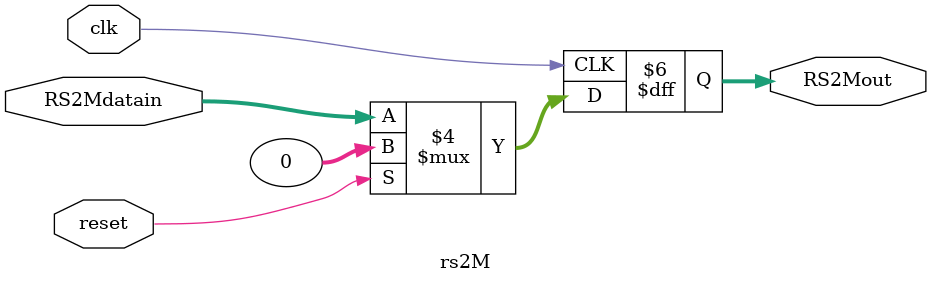
<source format=v>
module rs2M (
    input wire clk,           // Señal de reloj
    input wire reset,         // Señal de reinicio
    input wire [31:0] RS2Mdatain, // Entrada de datos
    output reg [31:0] RS2Mout
);

always @(negedge clk) begin
    if (reset == 1) begin
        RS2Mout <= 32'b00000000000000000000000000000000;
    end
    else begin
        RS2Mout <= RS2Mdatain;
    end
end

endmodule
</source>
